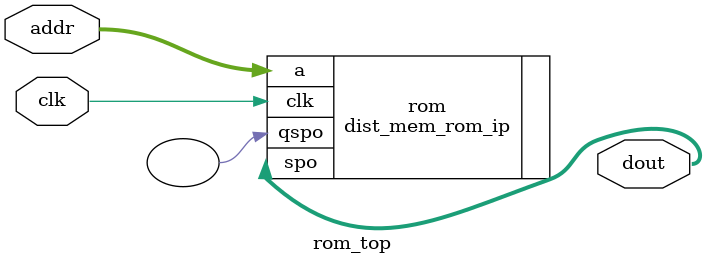
<source format=v>
`define DIST_MEM
/****************************************

  Filename            : rom_top.v
  Description         : 顶层模块, 用于查看ROM的具体资源使用情况
  Author              : wz
  Date                : 01-10-2024
  Version             : v1
  Version Description : First time edit.

****************************************/
module rom_top(
    input wire clk,
    input [7: 0] addr,
    output [7: 0] dout
);
`ifdef DIST_MEM
    dist_mem_rom_ip rom (
        .a(addr),       // input wire [7: 0] a
        .clk(clk),      // input wire clk
        .spo(dout),     // output wire [7: 0] spo
        .qspo()         // output wire [7: 0] qspo
    );
`elsif BLK_MEM
    blk_mem_rom_ip rom (
        .clka(clk),      // input wire clka
        .addra(addr),    // input wire [7: 0] addra
        .douta(dout)     // output wire [7: 0] douta
    );
`endif
endmodule

</source>
